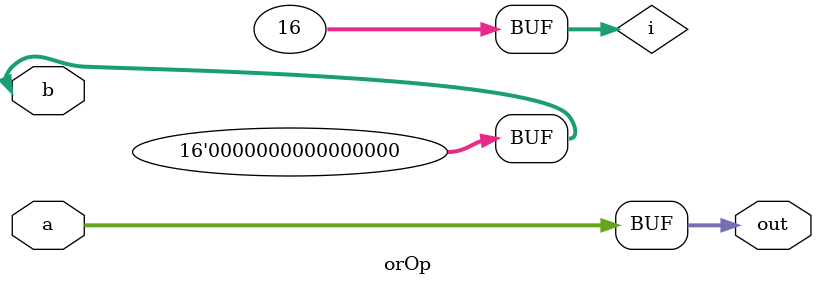
<source format=v>
module orOp(
	input [15:0] a, b, 
	output reg [15:0] out
);

integer i;

assign b = {8{1'b0}};

always@(*) begin
    for (i = 0; i < 16; i = i + 1)
        out[i] = a[i] | b[i];
end

endmodule

</source>
